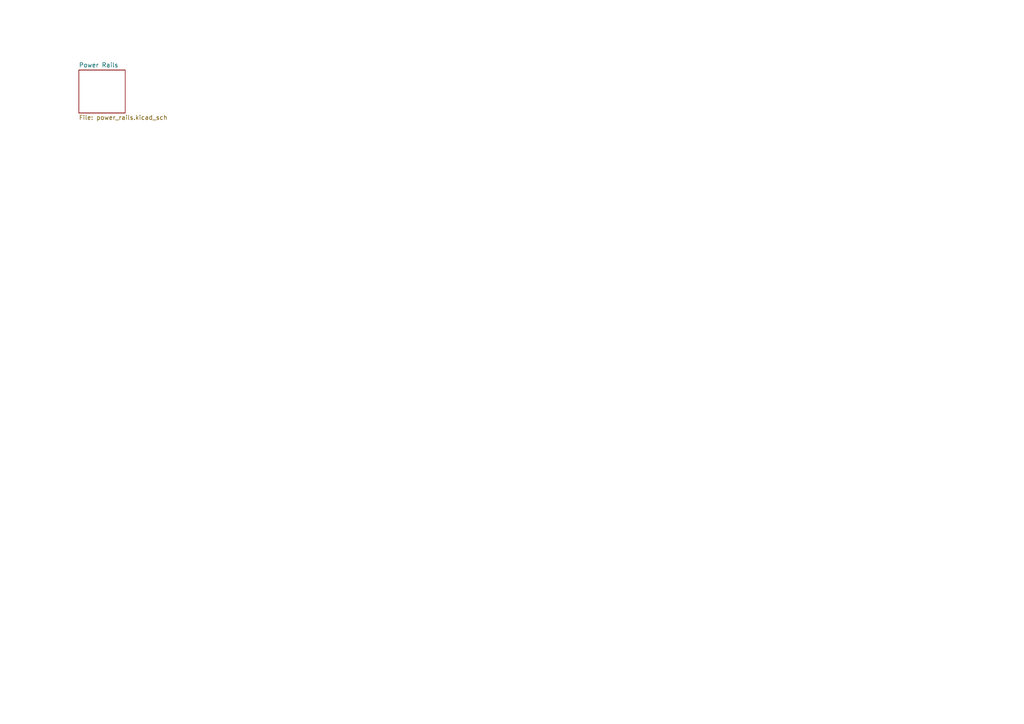
<source format=kicad_sch>
(kicad_sch
	(version 20250114)
	(generator "eeschema")
	(generator_version "9.0")
	(uuid "1c49c5e1-9590-4bd4-a79a-f3dad2a671fd")
	(paper "A4")
	(title_block
		(title "Zynq 7000 Development Board")
		(date "2025-10-25")
		(rev "0.0.0")
		(company "Primzel Technologies")
	)
	(lib_symbols)
	(sheet
		(at 22.86 20.32)
		(size 13.462 12.446)
		(exclude_from_sim no)
		(in_bom yes)
		(on_board yes)
		(dnp no)
		(fields_autoplaced yes)
		(stroke
			(width 0.1524)
			(type solid)
		)
		(fill
			(color 0 0 0 0.0000)
		)
		(uuid "dc03cd73-5d5b-49c2-993f-95ae93d95f93")
		(property "Sheetname" "Power Rails"
			(at 22.86 19.6084 0)
			(effects
				(font
					(size 1.27 1.27)
				)
				(justify left bottom)
			)
		)
		(property "Sheetfile" "power_rails.kicad_sch"
			(at 22.86 33.3506 0)
			(effects
				(font
					(size 1.27 1.27)
				)
				(justify left top)
			)
		)
		(instances
			(project "zynq-7000-development-board"
				(path "/1c49c5e1-9590-4bd4-a79a-f3dad2a671fd"
					(page "2")
				)
			)
		)
	)
	(sheet_instances
		(path "/"
			(page "1")
		)
	)
	(embedded_fonts no)
)

</source>
